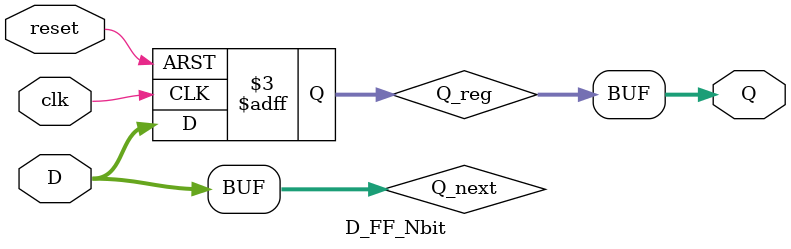
<source format=v>
`timescale 1ns / 1ps


module D_FF_Nbit #(parameter N = 4)(
    input            clk, 
    input            reset, 
    input  [N - 1:0] D,
    output [N - 1:0] Q
    );
    
    reg [N - 1:0] Q_next, Q_reg;
    
    always@(negedge clk or posedge reset)
    begin
        if(reset)
            Q_reg <= 'b0;
        else
            Q_reg <= Q_next;
    end
    
    always@(D)
        Q_next = D;
    
    assign Q = Q_reg;
    
endmodule

</source>
